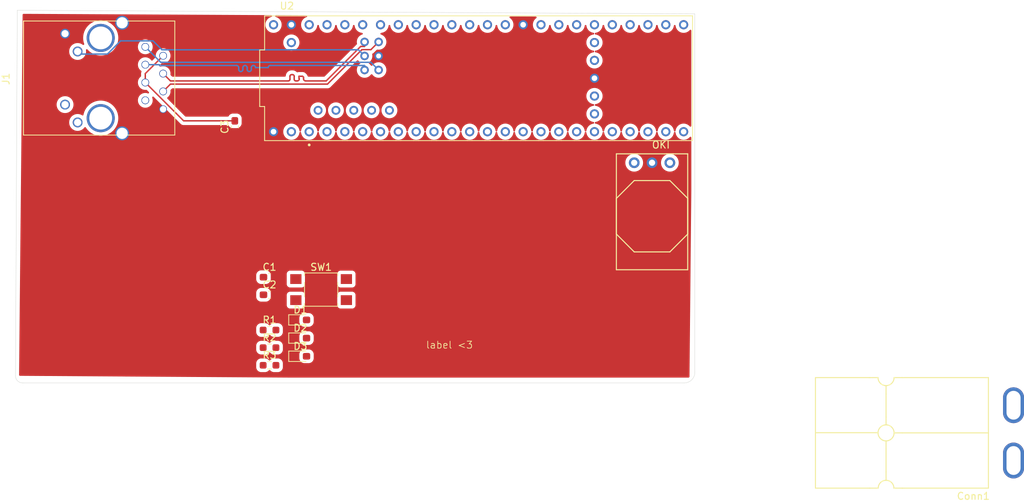
<source format=kicad_pcb>
(kicad_pcb (version 20221018) (generator pcbnew)
  (layers (0 "F.Cu" signal) (31 "B.Cu" signal) (34 "B.Paste" user) (35 "F.Paste" user) (36 "B.SilkS" user "B.Silkscreen") (37 "F.SilkS" user "F.Silkscreen") (38 "B.Mask" user) (39 "F.Mask" user) (44 "Edge.Cuts" user))
  (net 0 "")
  (net 1 "+3V3")
  (net 2 "GND")
  (net 3 "PV")
  (net 4 "Net-(C3-Pad2)")
  (net 5 "Net-(D1-A)")
  (net 6 "Net-(D2-A)")
  (net 7 "Net-(D3-A)")
  (net 9 "Net-(J1-Pad10)")
  (net 11 "/T+")
  (net 12 "/T-")
  (net 14 "/R+")
  (net 15 "/R-")
  (net 16 "Test_Button")
  (footprint "Diode_SMD:D_0603_1608Metric_Pad1.05x0.95mm_HandSolder" (layer "F.Cu") (at 123.895 113.195)
    (fp_text reference "D1" (at 0 -1.43) (layer "F.SilkS"))
    (fp_text value "Green")
    (fp_line (start -1.66 -0.735) (end -1.66 0.735) (stroke (width 0.12)) (layer "F.SilkS"))
    (fp_line (start -1.66 0.735) (end 0.8 0.735) (stroke (width 0.12)) (layer "F.SilkS"))
    (fp_line (start 0.8 -0.735) (end -1.66 -0.735) (stroke (width 0.12)) (layer "F.SilkS"))
    (pad "1" smd roundrect (at -0.875 0) (size 1.05 0.95) (layers "F.Cu" "F.Paste" "F.Mask") (net 2 "GND"))
    (pad "2" smd roundrect (at 0.875 0) (size 1.05 0.95) (layers "F.Cu" "F.Paste" "F.Mask") (net 5 "Net-(D1-A)"))
  )
  (footprint "MRDT_Connectors:Square_Anderson_2_H_Side_By_Side_PV" (layer "F.Cu") (at 225.6118 125.049)
    (fp_text reference "Conn1" (at -5.85 13.25) (layer "F.SilkS"))
    (fp_text value "AndersonPP")
    (fp_line (start -28.344 -3.637) (end -28.344 12.111) (stroke (width 0.15)) (layer "F.SilkS"))
    (fp_line (start -28.3186 -3.637) (end -20.5716 -3.637) (stroke (width 0.15)) (layer "F.SilkS"))
    (fp_line (start -28.3186 4.2116) (end -19.4286 4.2116) (stroke (width 0.15)) (layer "F.SilkS"))
    (fp_line (start -20.597 12.111) (end -19.4286 12.111) (stroke (width 0.15)) (layer "F.SilkS"))
    (fp_line (start -20.5716 12.111) (end -28.3186 12.111) (stroke (width 0.15)) (layer "F.SilkS"))
    (fp_line (start -19.4286 -3.637) (end -20.6478 -3.637) (stroke (width 0.15)) (layer "F.SilkS"))
    (fp_line (start -18.2856 -2.494) (end -18.2856 -1.3256) (stroke (width 0.15)) (layer "F.SilkS"))
    (fp_line (start -18.2856 1.951) (end -18.2856 -1.3256) (stroke (width 0.15)) (layer "F.SilkS"))
    (fp_line (start -18.2856 1.951) (end -18.2856 3.094) (stroke (width 0.15)) (layer "F.SilkS"))
    (fp_line (start -18.2856 6.523) (end -18.2856 5.38) (stroke (width 0.15)) (layer "F.SilkS"))
    (fp_line (start -18.2856 6.523) (end -18.2856 9.825) (stroke (width 0.15)) (layer "F.SilkS"))
    (fp_line (start -18.2856 9.7996) (end -18.2856 10.968) (stroke (width 0.15)) (layer "F.SilkS"))
    (fp_line (start -16.025 -3.637) (end -17.1172 -3.637) (stroke (width 0.15)) (layer "F.SilkS"))
    (fp_line (start -15.9996 -3.637) (end -3.706 -3.637) (stroke (width 0.15)) (layer "F.SilkS"))
    (fp_line (start -15.9996 4.237) (end -17.1426 4.237) (stroke (width 0.15)) (layer "F.SilkS"))
    (fp_line (start -15.9996 4.237) (end -3.706 4.237) (stroke (width 0.15)) (layer "F.SilkS"))
    (fp_line (start -15.9996 12.111) (end -3.706 12.111) (stroke (width 0.15)) (layer "F.SilkS"))
    (fp_line (start -15.9742 12.111) (end -17.168 12.111) (stroke (width 0.15)) (layer "F.SilkS"))
    (fp_line (start -3.706 -3.637) (end -3.706 12.111) (stroke (width 0.15)) (layer "F.SilkS"))
    (fp_arc (start -19.4032 12.111) (mid -19.075863 11.320737) (end -18.2856 10.9934) (stroke (width 0.15)) (layer "F.SilkS"))
    (fp_arc (start -18.2856 -2.494) (mid -19.093823 -2.828777) (end -19.4286 -3.637) (stroke (width 0.15)) (layer "F.SilkS"))
    (fp_arc (start -18.2856 10.9934) (mid -17.495337 11.320737) (end -17.168 12.111) (stroke (width 0.15)) (layer "F.SilkS"))
    (fp_arc (start -17.1426 -3.637) (mid -17.477377 -2.828777) (end -18.2856 -2.494) (stroke (width 0.15)) (layer "F.SilkS"))
    (fp_circle (center -18.2856 4.237) (end -18.2856 5.38) (stroke (width 0.15)) (fill none) (layer "F.SilkS"))
    (pad "1" thru_hole oval (at -0.1246 0.3) (size 3 5.1) (drill oval 2 4.1) (layers "*.Cu" "*.Mask") (net 2 "GND"))
    (pad "4" thru_hole oval (at -0.1246 8.174) (size 3 5.1) (drill oval 2 4.1) (layers "*.Cu" "*.Mask") (net 3 "PV"))
  )
  (footprint "Resistor_SMD:R_0603_1608Metric_Pad0.98x0.95mm_HandSolder" (layer "F.Cu") (at 119.5 117.145)
    (fp_text reference "R2" (at 0 -1.43) (layer "F.SilkS"))
    (fp_text value "120")
    (fp_line (start -0.254724 -0.5225) (end 0.254724 -0.5225) (stroke (width 0.12)) (layer "F.SilkS"))
    (fp_line (start -0.254724 0.5225) (end 0.254724 0.5225) (stroke (width 0.12)) (layer "F.SilkS"))
    (pad "1" smd roundrect (at -0.9125 0) (size 0.975 0.95) (layers "F.Cu" "F.Paste" "F.Mask") (net 1 "+3V3"))
    (pad "2" smd roundrect (at 0.9125 0) (size 0.975 0.95) (layers "F.Cu" "F.Paste" "F.Mask") (net 6 "Net-(D2-A)"))
  )
  (footprint "Resistor_SMD:R_0603_1608Metric_Pad0.98x0.95mm_HandSolder" (layer "F.Cu") (at 119.5 119.655)
    (fp_text reference "R3" (at 0 -1.43) (layer "F.SilkS"))
    (fp_text value "120")
    (fp_line (start -0.254724 -0.5225) (end 0.254724 -0.5225) (stroke (width 0.12)) (layer "F.SilkS"))
    (fp_line (start -0.254724 0.5225) (end 0.254724 0.5225) (stroke (width 0.12)) (layer "F.SilkS"))
    (pad "1" smd roundrect (at -0.9125 0) (size 0.975 0.95) (layers "F.Cu" "F.Paste" "F.Mask") (net 16 "Test_Button"))
    (pad "2" smd roundrect (at 0.9125 0) (size 0.975 0.95) (layers "F.Cu" "F.Paste" "F.Mask") (net 7 "Net-(D3-A)"))
  )
  (footprint "Capacitor_SMD:C_0603_1608Metric_Pad1.08x0.95mm_HandSolder" (layer "F.Cu") (at 114.554 85.6985 90)
    (fp_text reference "C3" (at 0 -1.43 90) (layer "F.SilkS"))
    (fp_text value "0.1uf")
    (fp_line (start -0.146267 -0.51) (end 0.146267 -0.51) (stroke (width 0.12)) (layer "F.SilkS"))
    (fp_line (start -0.146267 0.51) (end 0.146267 0.51) (stroke (width 0.12)) (layer "F.SilkS"))
    (pad "1" smd roundrect (at -0.8625 0 90) (size 1.075 0.95) (layers "F.Cu" "F.Paste" "F.Mask") (net 2 "GND"))
    (pad "2" smd roundrect (at 0.8625 0 90) (size 1.075 0.95) (layers "F.Cu" "F.Paste" "F.Mask") (net 4 "Net-(C3-Pad2)"))
  )
  (footprint "Capacitor_SMD:C_0603_1608Metric_Pad1.08x0.95mm_HandSolder" (layer "F.Cu") (at 119.5 107.105)
    (fp_text reference "C1" (at 0 -1.43) (layer "F.SilkS"))
    (fp_text value "10uf")
    (fp_line (start -0.146267 -0.51) (end 0.146267 -0.51) (stroke (width 0.12)) (layer "F.SilkS"))
    (fp_line (start -0.146267 0.51) (end 0.146267 0.51) (stroke (width 0.12)) (layer "F.SilkS"))
    (pad "1" smd roundrect (at -0.8625 0) (size 1.075 0.95) (layers "F.Cu" "F.Paste" "F.Mask") (net 1 "+3V3"))
    (pad "2" smd roundrect (at 0.8625 0) (size 1.075 0.95) (layers "F.Cu" "F.Paste" "F.Mask") (net 2 "GND"))
  )
  (footprint "Button_Switch_SMD:SW_SPST_TL3305A" (layer "F.Cu") (at 126.85 108.875)
    (fp_text reference "SW1" (at 0 -3.2) (layer "F.SilkS"))
    (fp_text value "SW_Push")
    (fp_line (start -2.37 -2.37) (end -2.37 -1.97) (stroke (width 0.12)) (layer "F.SilkS"))
    (fp_line (start -2.37 -2.37) (end 2.37 -2.37) (stroke (width 0.12)) (layer "F.SilkS"))
    (fp_line (start -2.37 1.03) (end -2.37 -1.03) (stroke (width 0.12)) (layer "F.SilkS"))
    (fp_line (start -2.37 2.37) (end -2.37 1.97) (stroke (width 0.12)) (layer "F.SilkS"))
    (fp_line (start -2.37 2.37) (end 2.37 2.37) (stroke (width 0.12)) (layer "F.SilkS"))
    (fp_line (start 2.37 -2.37) (end 2.37 -1.97) (stroke (width 0.12)) (layer "F.SilkS"))
    (fp_line (start 2.37 1.03) (end 2.37 -1.03) (stroke (width 0.12)) (layer "F.SilkS"))
    (fp_line (start 2.37 2.37) (end 2.37 1.97) (stroke (width 0.12)) (layer "F.SilkS"))
    (pad "1" smd rect (at -3.6 -1.5) (size 1.6 1.4) (layers "F.Cu" "F.Paste" "F.Mask") (net 1 "+3V3"))
    (pad "1" smd rect (at 3.6 -1.5) (size 1.6 1.4) (layers "F.Cu" "F.Paste" "F.Mask") (net 1 "+3V3"))
    (pad "2" smd rect (at -3.6 1.5) (size 1.6 1.4) (layers "F.Cu" "F.Paste" "F.Mask") (net 16 "Test_Button"))
    (pad "2" smd rect (at 3.6 1.5) (size 1.6 1.4) (layers "F.Cu" "F.Paste" "F.Mask") (net 16 "Test_Button"))
  )
  (footprint "MRDT_Shields:Teensy_4_1" (layer "F.Cu") (at 149.28 78.765)
    (fp_text reference "U2" (at -27.305 -10.295) (layer "F.SilkS"))
    (fp_text value "Teensy4.1_DEV-16771")
    (fp_line (start -31.18 4.03) (end -31.18 -4.03) (stroke (width 0.127)) (layer "F.SilkS"))
    (fp_line (start -30.48 -8.89) (end -30.48 -4.03) (stroke (width 0.127)) (layer "F.SilkS"))
    (fp_line (start -30.48 -8.89) (end 30.48 -8.89) (stroke (width 0.127)) (layer "F.SilkS"))
    (fp_line (start -30.48 -4.03) (end -31.18 -4.03) (stroke (width 0.127)) (layer "F.SilkS"))
    (fp_line (start -30.48 4.03) (end -31.18 4.03) (stroke (width 0.127)) (layer "F.SilkS"))
    (fp_line (start -30.48 8.89) (end -30.48 4.03) (stroke (width 0.127)) (layer "F.SilkS"))
    (fp_line (start 30.48 -8.89) (end 30.48 8.89) (stroke (width 0.127)) (layer "F.SilkS"))
    (fp_line (start 30.48 8.89) (end -30.48 8.89) (stroke (width 0.127)) (layer "F.SilkS"))
    (fp_circle (center -24.13 9.5) (end -24.03 9.5) (stroke (width 0.2)) (fill none) (layer "F.SilkS"))
    (pad "0" thru_hole circle (at -26.67 7.62) (size 1.308 1.308) (drill 0.8) (layers "*.Cu" "*.Mask"))
    (pad "1" thru_hole circle (at -24.13 7.62) (size 1.308 1.308) (drill 0.8) (layers "*.Cu" "*.Mask"))
    (pad "2" thru_hole circle (at -21.59 7.62) (size 1.308 1.308) (drill 0.8) (layers "*.Cu" "*.Mask"))
    (pad "3" thru_hole circle (at -19.05 7.62) (size 1.308 1.308) (drill 0.8) (layers "*.Cu" "*.Mask"))
    (pad "3.3V_1" thru_hole circle (at 6.35 7.62) (size 1.308 1.308) (drill 0.8) (layers "*.Cu" "*.Mask") (net 1 "+3V3"))
    (pad "3.3V_2" thru_hole circle (at -24.13 -7.62) (size 1.308 1.308) (drill 0.8) (layers "*.Cu" "*.Mask") (net 1 "+3V3"))
    (pad "3.3V_3" thru_hole circle (at 16.51 2.54) (size 1.308 1.308) (drill 0.8) (layers "*.Cu" "*.Mask") (net 1 "+3V3"))
    (pad "4" thru_hole circle (at -16.51 7.62) (size 1.308 1.308) (drill 0.8) (layers "*.Cu" "*.Mask"))
    (pad "5" thru_hole circle (at -13.97 7.62) (size 1.308 1.308) (drill 0.8) (layers "*.Cu" "*.Mask"))
    (pad "5V" thru_hole circle (at -22.86 4.57) (size 1.258 1.258) (drill 0.75) (layers "*.Cu" "*.Mask"))
    (pad "6" thru_hole circle (at -11.43 7.62) (size 1.308 1.308) (drill 0.8) (layers "*.Cu" "*.Mask"))
    (pad "7" thru_hole circle (at -8.89 7.62) (size 1.308 1.308) (drill 0.8) (layers "*.Cu" "*.Mask"))
    (pad "8" thru_hole circle (at -6.35 7.62) (size 1.308 1.308) (drill 0.8) (layers "*.Cu" "*.Mask"))
    (pad "9" thru_hole circle (at -3.81 7.62) (size 1.308 1.308) (drill 0.8) (layers "*.Cu" "*.Mask"))
    (pad "10" thru_hole circle (at -1.27 7.62) (size 1.308 1.308) (drill 0.8) (layers "*.Cu" "*.Mask"))
    (pad "11" thru_hole circle (at 1.27 7.62) (size 1.308 1.308) (drill 0.8) (layers "*.Cu" "*.Mask"))
    (pad "12" thru_hole circle (at 3.81 7.62) (size 1.308 1.308) (drill 0.8) (layers "*.Cu" "*.Mask"))
    (pad "13" thru_hole circle (at 3.81 -7.62) (size 1.308 1.308) (drill 0.8) (layers "*.Cu" "*.Mask"))
    (pad "14" thru_hole circle (at 1.27 -7.62) (size 1.308 1.308) (drill 0.8) (layers "*.Cu" "*.Mask"))
    (pad "15" thru_hole circle (at -1.27 -7.62) (size 1.308 1.308) (drill 0.8) (layers "*.Cu" "*.Mask"))
    (pad "16" thru_hole circle (at -3.81 -7.62) (size 1.308 1.308) (drill 0.8) (layers "*.Cu" "*.Mask"))
    (pad "17" thru_hole circle (at -6.35 -7.62) (size 1.308 1.308) (drill 0.8) (layers "*.Cu" "*.Mask"))
    (pad "18" thru_hole circle (at -8.89 -7.62) (size 1.308 1.308) (drill 0.8) (layers "*.Cu" "*.Mask"))
    (pad "19" thru_hole circle (at -11.43 -7.62) (size 1.308 1.308) (drill 0.8) (layers "*.Cu" "*.Mask"))
    (pad "20" thru_hole circle (at -13.97 -7.62) (size 1.308 1.308) (drill 0.8) (layers "*.Cu" "*.Mask"))
    (pad "21" thru_hole circle (at -16.51 -7.62) (size 1.308 1.308) (drill 0.8) (layers "*.Cu" "*.Mask"))
    (pad "22" thru_hole circle (at -19.05 -7.62) (size 1.308 1.308) (drill 0.8) (layers "*.Cu" "*.Mask"))
    (pad "23" thru_hole circle (at -21.59 -7.62) (size 1.308 1.308) (drill 0.8) (layers "*.Cu" "*.Mask"))
    (pad "24" thru_hole circle (at 8.89 7.62) (size 1.308 1.308) (drill 0.8) (layers "*.Cu" "*.Mask"))
    (pad "25" thru_hole circle (at 11.43 7.62) (size 1.308 1.308) (drill 0.8) (layers "*.Cu" "*.Mask"))
    (pad "26" thru_hole circle (at 13.97 7.62) (size 1.308 1.308) (drill 0.8) (layers "*.Cu" "*.Mask"))
    (pad "27" thru_hole circle (at 16.51 7.62) (size 1.308 1.308) (drill 0.8) (layers "*.Cu" "*.Mask"))
    (pad "28" thru_hole circle (at 19.05 7.62) (size 1.308 1.308) (drill 0.8) (layers "*.Cu" "*.Mask"))
    (pad "29" thru_hole circle (at 21.59 7.62) (size 1.308 1.308) (drill 0.8) (layers "*.Cu" "*.Mask") (net 16 "Test_Button"))
    (pad "30" thru_hole circle (at 24.13 7.62) (size 1.308 1.308) (drill 0.8) (layers "*.Cu" "*.Mask"))
    (pad "31" thru_hole circle (at 26.67 7.62) (size 1.308 1.308) (drill 0.8) (layers "*.Cu" "*.Mask"))
    (pad "32" thru_hole circle (at 29.21 7.62) (size 1.308 1.308) (drill 0.8) (layers "*.Cu" "*.Mask"))
    (pad "33" thru_hole circle (at 29.21 -7.62) (size 1.308 1.308) (drill 0.8) (layers "*.Cu" "*.Mask"))
    (pad "34" thru_hole circle (at 26.67 -7.62) (size 1.308 1.308) (drill 0.8) (layers "*.Cu" "*.Mask"))
    (pad "35" thru_hole circle (at 24.13 -7.62) (size 1.308 1.308) (drill 0.8) (layers "*.Cu" "*.Mask"))
    (pad "36" thru_hole circle (at 21.59 -7.62) (size 1.308 1.308) (drill 0.8) (layers "*.Cu" "*.Mask"))
    (pad "37" thru_hole circle (at 19.05 -7.62) (size 1.308 1.308) (drill 0.8) (layers "*.Cu" "*.Mask"))
    (pad "38" thru_hole circle (at 16.51 -7.62) (size 1.308 1.308) (drill 0.8) (layers "*.Cu" "*.Mask"))
    (pad "39" thru_hole circle (at 13.97 -7.62) (size 1.308 1.308) (drill 0.8) (layers "*.Cu" "*.Mask"))
    (pad "40" thru_hole circle (at 11.43 -7.62) (size 1.308 1.308) (drill 0.8) (layers "*.Cu" "*.Mask"))
    (pad "41" thru_hole circle (at 8.89 -7.62) (size 1.308 1.308) (drill 0.8) (layers "*.Cu" "*.Mask"))
    (pad "D+" thru_hole circle (at -17.78 4.57) (size 1.258 1.258) (drill 0.75) (layers "*.Cu" "*.Mask"))
    (pad "D-" thru_hole circle (at -20.32 4.57) (size 1.258 1.258) (drill 0.75) (layers "*.Cu" "*.Mask"))
    (pad "GND1" thru_hole circle (at -29.21 7.62) (size 1.308 1.308) (drill 0.8) (layers "*.Cu" "*.Mask") (net 2 "GND"))
    (pad "GND2" thru_hole circle (at 6.35 -7.62) (size 1.308 1.308) (drill 0.8) (layers "*.Cu" "*.Mask") (net 2 "GND"))
    (pad "GND3" thru_hole circle (at -26.67 -7.62) (size 1.308 1.308) (drill 0.8) (layers "*.Cu" "*.Mask") (net 2 "GND"))
    (pad "GND4" thru_hole circle (at 16.51 0) (size 1.308 1.308) (drill 0.8) (layers "*.Cu" "*.Mask") (net 2 "GND"))
    (pad "GND5" thru_hole circle (at -14.24 -3.17) (size 1.208 1.208) (drill 0.7) (layers "*.Cu" "*.Mask") (net 2 "GND"))
    (pad "LED" thru_hole circle (at -16.24 -3.17) (size 1.208 1.208) (drill 0.7) (layers "*.Cu" "*.Mask") (net 9 "Net-(J1-Pad10)"))
    (pad "ON/OFF" thru_hole circle (at 16.51 -5.08) (size 1.308 1.308) (drill 0.8) (layers "*.Cu" "*.Mask"))
    (pad "PROGRAM" thru_hole circle (at 16.51 -2.54) (size 1.308 1.308) (drill 0.8) (layers "*.Cu" "*.Mask"))
    (pad "R+" thru_hole circle (at -16.24 -5.17) (size 1.208 1.208) (drill 0.7) (layers "*.Cu" "*.Mask") (net 14 "/R+"))
    (pad "R-" thru_hole circle (at -14.24 -5.17) (size 1.208 1.208) (drill 0.7) (layers "*.Cu" "*.Mask") (net 15 "/R-"))
    (pad "T+" thru_hole circle (at -14.24 -1.17) (size 1.208 1.208) (drill 0.7) (layers "*.Cu" "*.Mask") (net 11 "/T+"))
    (pad "T-" thru_hole circle (at -16.24 -1.17) (size 1.208 1.208) (drill 0.7) (layers "*.Cu" "*.Mask") (net 12 "/T-"))
    (pad "USB_GND1" thru_hole circle (at -15.24 4.57) (size 1.258 1.258) (drill 0.75) (layers "*.Cu" "*.Mask"))
    (pad "USB_GND2" thru_hole circle (at -12.7 4.57) (size 1.258 1.258) (drill 0.75) (layers "*.Cu" "*.Mask"))
    (pad "VBAT" thru_hole circle (at 16.51 5.08) (size 1.308 1.308) (drill 0.8) (layers "*.Cu" "*.Mask"))
    (pad "VIN" thru_hole circle (at -29.21 -7.62) (size 1.308 1.308) (drill 0.8) (layers "*.Cu" "*.Mask"))
    (pad "VUSB" thru_hole circle (at -26.67 -5.08) (size 1.308 1.308) (drill 0.8) (layers "*.Cu" "*.Mask"))
  )
  (footprint "Resistor_SMD:R_0603_1608Metric_Pad0.98x0.95mm_HandSolder" (layer "F.Cu") (at 119.5 114.635)
    (fp_text reference "R1" (at 0 -1.43) (layer "F.SilkS"))
    (fp_text value "3k")
    (fp_line (start -0.254724 -0.5225) (end 0.254724 -0.5225) (stroke (width 0.12)) (layer "F.SilkS"))
    (fp_line (start -0.254724 0.5225) (end 0.254724 0.5225) (stroke (width 0.12)) (layer "F.SilkS"))
    (pad "1" smd roundrect (at -0.9125 0) (size 0.975 0.95) (layers "F.Cu" "F.Paste" "F.Mask") (net 3 "PV"))
    (pad "2" smd roundrect (at 0.9125 0) (size 0.975 0.95) (layers "F.Cu" "F.Paste" "F.Mask") (net 5 "Net-(D1-A)"))
  )
  (footprint "Diode_SMD:D_0603_1608Metric_Pad1.05x0.95mm_HandSolder" (layer "F.Cu") (at 123.895 115.785)
    (fp_text reference "D2" (at 0 -1.43) (layer "F.SilkS"))
    (fp_text value "Green")
    (fp_line (start -1.66 -0.735) (end -1.66 0.735) (stroke (width 0.12)) (layer "F.SilkS"))
    (fp_line (start -1.66 0.735) (end 0.8 0.735) (stroke (width 0.12)) (layer "F.SilkS"))
    (fp_line (start 0.8 -0.735) (end -1.66 -0.735) (stroke (width 0.12)) (layer "F.SilkS"))
    (pad "1" smd roundrect (at -0.875 0) (size 1.05 0.95) (layers "F.Cu" "F.Paste" "F.Mask") (net 2 "GND"))
    (pad "2" smd roundrect (at 0.875 0) (size 1.05 0.95) (layers "F.Cu" "F.Paste" "F.Mask") (net 6 "Net-(D2-A)"))
  )
  (footprint "Capacitor_SMD:C_0603_1608Metric_Pad1.08x0.95mm_HandSolder" (layer "F.Cu") (at 119.5 109.615)
    (fp_text reference "C2" (at 0 -1.43) (layer "F.SilkS"))
    (fp_text value "10uf")
    (fp_line (start -0.146267 -0.51) (end 0.146267 -0.51) (stroke (width 0.12)) (layer "F.SilkS"))
    (fp_line (start -0.146267 0.51) (end 0.146267 0.51) (stroke (width 0.12)) (layer "F.SilkS"))
    (pad "1" smd roundrect (at -0.8625 0) (size 1.075 0.95) (layers "F.Cu" "F.Paste" "F.Mask") (net 3 "PV"))
    (pad "2" smd roundrect (at 0.8625 0) (size 1.075 0.95) (layers "F.Cu" "F.Paste" "F.Mask") (net 2 "GND"))
  )
  (footprint "Diode_SMD:D_0603_1608Metric_Pad1.05x0.95mm_HandSolder" (layer "F.Cu") (at 123.895 118.375)
    (fp_text reference "D3" (at 0 -1.43) (layer "F.SilkS"))
    (fp_text value "Green")
    (fp_line (start -1.66 -0.735) (end -1.66 0.735) (stroke (width 0.12)) (layer "F.SilkS"))
    (fp_line (start -1.66 0.735) (end 0.8 0.735) (stroke (width 0.12)) (layer "F.SilkS"))
    (fp_line (start 0.8 -0.735) (end -1.66 -0.735) (stroke (width 0.12)) (layer "F.SilkS"))
    (pad "1" smd roundrect (at -0.875 0) (size 1.05 0.95) (layers "F.Cu" "F.Paste" "F.Mask") (net 2 "GND"))
    (pad "2" smd roundrect (at 0.875 0) (size 1.05 0.95) (layers "F.Cu" "F.Paste" "F.Mask") (net 7 "Net-(D3-A)"))
  )
  (footprint "MRDT_Devices:OKI_Horizontal" (layer "F.Cu") (at 171.45 90.805)
    (fp_text reference "U1" hide)
    (fp_text value "OKI" (at 3.81 -2.54) (layer "F.SilkS"))
    (fp_line (start -2.54 -1.27) (end 7.62 -1.27) (stroke (width 0.15)) (layer "F.SilkS"))
    (fp_line (start -2.54 5.08) (end 0 2.54) (stroke (width 0.15)) (layer "F.SilkS"))
    (fp_line (start -2.54 10.16) (end -2.54 5.08) (stroke (width 0.15)) (layer "F.SilkS"))
    (fp_line (start -2.54 15.24) (end -2.54 -1.27) (stroke (width 0.15)) (layer "F.SilkS"))
    (fp_line (start -2.54 15.24) (end 7.62 15.24) (stroke (width 0.15)) (layer "F.SilkS"))
    (fp_line (start 0 2.54) (end 5.08 2.54) (stroke (width 0.15)) (layer "F.SilkS"))
    (fp_line (start 0 12.7) (end -2.54 10.16) (stroke (width 0.15)) (layer "F.SilkS"))
    (fp_line (start 5.08 2.54) (end 7.62 5.08) (stroke (width 0.15)) (layer "F.SilkS"))
    (fp_line (start 5.08 12.7) (end 0 12.7) (stroke (width 0.15)) (layer "F.SilkS"))
    (fp_line (start 7.62 -1.27) (end 7.62 15.24) (stroke (width 0.15)) (layer "F.SilkS"))
    (fp_line (start 7.62 5.08) (end 7.62 10.16) (stroke (width 0.15)) (layer "F.SilkS"))
    (fp_line (start 7.62 10.16) (end 5.08 12.7) (stroke (width 0.15)) (layer "F.SilkS"))
    (pad "1" thru_hole circle (at 0 0) (size 1.524 1.524) (drill 0.889) (layers "*.Cu" "*.Mask") (net 3 "PV"))
    (pad "2" thru_hole circle (at 2.54 0) (size 1.524 1.524) (drill 0.889) (layers "*.Cu" "*.Mask") (net 2 "GND"))
    (pad "3" thru_hole circle (at 5.08 0) (size 1.524 1.524) (drill 0.889) (layers "*.Cu" "*.Mask") (net 1 "+3V3"))
  )
  (footprint "MRDT_Connectors:RJ45_Teensy" (layer "F.Cu") (at 82.4525 78.865 -90)
    (fp_text reference "J1" (at 0 0.5 90) (layer "F.SilkS"))
    (fp_text value "RJ45_LED_Shielded")
    (fp_line (start -8.25 -23.55) (end 8 -23.55) (stroke (width 0.12)) (layer "F.SilkS"))
    (fp_line (start -8.25 -2) (end -8.25 -23.55) (stroke (width 0.12)) (layer "F.SilkS"))
    (fp_line (start -8.25 -2) (end 8 -2) (stroke (width 0.12)) (layer "F.SilkS"))
    (fp_line (start 8 -2) (end 8 -23.55) (stroke (width 0.12)) (layer "F.SilkS"))
    (pad "1" thru_hole circle (at -4.57 -19.35 270) (size 1.1 1.1) (drill 0.9) (layers "*.Cu" "*.Mask") (net 11 "/T+"))
    (pad "2" thru_hole circle (at -3.3 -21.89 270) (size 1.1 1.1) (drill 0.9) (layers "*.Cu" "*.Mask") (net 4 "Net-(C3-Pad2)"))
    (pad "3" thru_hole circle (at -2.03 -19.35 270) (size 1.1 1.1) (drill 0.9) (layers "*.Cu" "*.Mask") (net 12 "/T-"))
    (pad "4" thru_hole circle (at -0.76 -21.89 270) (size 1.1 1.1) (drill 0.9) (layers "*.Cu" "*.Mask") (net 14 "/R+"))
    (pad "5" thru_hole circle (at 0.51 -19.35 270) (size 1.1 1.1) (drill 0.9) (layers "*.Cu" "*.Mask") (net 4 "Net-(C3-Pad2)"))
    (pad "6" thru_hole circle (at 1.78 -21.89 270) (size 1.1 1.1) (drill 0.9) (layers "*.Cu" "*.Mask") (net 15 "/R-"))
    (pad "7" thru_hole circle (at 3.05 -19.35 270) (size 1.1 1.1) (drill 0.9) (layers "*.Cu" "*.Mask"))
    (pad "8" thru_hole circle (at 4.32 -21.89 270) (size 1.1 1.1) (drill 0.9) (layers "*.Cu" "*.Mask") (net 2 "GND"))
    (pad "9" thru_hole circle (at -6.45 -7.92 270) (size 1.4 1.4) (drill 1.02) (layers "*.Cu" "*.Mask") (net 2 "GND"))
    (pad "10" thru_hole circle (at -3.91 -9.71 270) (size 1.4 1.4) (drill 1.02) (layers "*.Cu" "*.Mask") (net 9 "Net-(J1-Pad10)"))
    (pad "11" thru_hole circle (at 3.66 -7.92 270) (size 1.4 1.4) (drill 1.02) (layers "*.Cu" "*.Mask"))
    (pad "12" thru_hole circle (at 6.2 -9.71 270) (size 1.4 1.4) (drill 1.02) (layers "*.Cu" "*.Mask"))
    (pad "13" thru_hole circle (at -5.84 -13 270) (size 4 4) (drill 3.25) (layers "*.Cu" "*.Mask"))
    (pad "14" thru_hole circle (at 5.59 -13 270) (size 4 4) (drill 3.25) (layers "*.Cu" "*.Mask"))
    (pad "SH" thru_hole circle (at -8 -16.05 270) (size 2 2) (drill 1.6) (layers "*.Cu" "*.Mask") (net 2 "GND"))
    (pad "SH" thru_hole circle (at 7.75 -16.05 270) (size 2 2) (drill 1.6) (layers "*.Cu" "*.Mask") (net 2 "GND"))
  )
  (gr_line (start 83.566 69.088) (end 83.312 121.158) (stroke (width 0.05)) (layer "Edge.Cuts"))
  (gr_line (start 180.086 120.65) (end 180.086 69.596) (stroke (width 0.05)) (layer "Edge.Cuts"))
  (gr_line (start 180.086 69.596) (end 83.566 69.088) (stroke (width 0.05)) (layer "Edge.Cuts"))
  (gr_arc (start 180.086 120.65) (mid 179.639631 121.727631) (end 178.562 122.174) (stroke (width 0.05)) (layer "Edge.Cuts"))
  (gr_arc (start 84.328 122.174) (mid 83.60958 121.87642) (end 83.312 121.158) (stroke (width 0.05)) (layer "Edge.Cuts"))
  (gr_line (start 84.328 122.174) (end 178.562 122.174) (stroke (width 0.05)) (layer "Edge.Cuts"))
  (gr_text "label <3" (at 141.732 117.348) (layer "F.SilkS") (effects (font (size 1 1) (thickness 0.1)) (justify left bottom)))
  (segment (start 101.8025 78.105) (end 104.3425 75.565) (width 0.2) (layer "F.Cu") (net 4))
  (segment (start 107.2635 84.836) (end 101.8025 79.375) (width 0.2) (layer "F.Cu") (net 4))
  (segment (start 114.554 84.836) (end 107.2635 84.836) (width 0.2) (layer "F.Cu") (net 4))
  (segment (start 101.8025 79.375) (end 101.8025 78.105) (width 0.2) (layer "F.Cu") (net 4))
  (segment (start 104.179 74.715) (end 102.909 73.445) (width 0.2) (layer "B.Cu") (net 9))
  (segment (start 102.909 73.445) (end 98.285192 73.445) (width 0.2) (layer "B.Cu") (net 9))
  (segment (start 92.5325 75.325) (end 92.1625 74.955) (width 0.2) (layer "B.Cu") (net 9))
  (segment (start 96.405192 75.325) (end 92.5325 75.325) (width 0.2) (layer "B.Cu") (net 9))
  (segment (start 98.285192 73.445) (end 96.405192 75.325) (width 0.2) (layer "B.Cu") (net 9))
  (segment (start 132.16 74.715) (end 104.179 74.715) (width 0.2) (layer "B.Cu") (net 9))
  (segment (start 133.04 75.595) (end 132.16 74.715) (width 0.2) (layer "B.Cu") (net 9))
  (segment (start 104.0065 76.499) (end 101.8025 74.295) (width 0.2) (layer "B.Cu") (net 11))
  (segment (start 133.944 76.499) (end 104.0065 76.499) (width 0.2) (layer "B.Cu") (net 11))
  (segment (start 135.04 77.595) (end 133.944 76.499) (width 0.2) (layer "B.Cu") (net 11))
  (segment (start 115.108 77.508671) (end 115.108 77.24898) (width 0.2) (layer "B.Cu") (net 12))
  (segment (start 116.908 77.24898) (end 116.908 77.508671) (width 0.2) (layer "B.Cu") (net 12))
  (segment (start 133.04 76.94898) (end 119.608 76.94898) (width 0.2) (layer "B.Cu") (net 12))
  (segment (start 133.04 77.595) (end 133.04 76.94898) (width 0.2) (layer "B.Cu") (net 12))
  (segment (start 114.808 76.94898) (end 103.89902 76.94898) (width 0.2) (layer "B.Cu") (net 12))
  (segment (start 119.308 77.24898) (end 117.508 77.24898) (width 0.2) (layer "B.Cu") (net 12))
  (segment (start 103.78504 76.835) (end 101.8025 76.835) (width 0.2) (layer "B.Cu") (net 12))
  (segment (start 103.89902 76.94898) (end 103.88803 76.94898) (width 0.2) (layer "B.Cu") (net 12))
  (segment (start 103.89902 76.94898) (end 103.78504 76.835) (width 0.2) (layer "B.Cu") (net 12))
  (segment (start 116.308 77.508671) (end 116.308 77.24898) (width 0.2) (layer "B.Cu") (net 12))
  (segment (start 115.708 77.24898) (end 115.708 77.508671) (width 0.2) (layer "B.Cu") (net 12))
  (arc (start 116.608 77.808671) (mid 116.395868 77.720803) (end 116.308 77.508671) (width 0.2) (layer "B.Cu") (net 12))
  (arc (start 119.608 76.94898) (mid 119.395868 77.036848) (end 119.308 77.24898) (width 0.2) (layer "B.Cu") (net 12))
  (arc (start 116.008 76.94898) (mid 115.795868 77.036848) (end 115.708 77.24898) (width 0.2) (layer "B.Cu") (net 12))
  (arc (start 115.108 77.24898) (mid 115.020132 77.036848) (end 114.808 76.94898) (width 0.2) (layer "B.Cu") (net 12))
  (arc (start 116.908 77.508671) (mid 116.820132 77.720803) (end 116.608 77.808671) (width 0.2) (layer "B.Cu") (net 12))
  (arc (start 117.208 76.94898) (mid 116.995868 77.036848) (end 116.908 77.24898) (width 0.2) (layer "B.Cu") (net 12))
  (arc (start 116.308 77.24898) (mid 116.220132 77.036848) (end 116.008 76.94898) (width 0.2) (layer "B.Cu") (net 12))
  (arc (start 115.408 77.808671) (mid 115.195868 77.720803) (end 115.108 77.508671) (width 0.2) (layer "B.Cu") (net 12))
  (arc (start 117.508 77.24898) (mid 117.420132 77.036848) (end 117.208 76.94898) (width 0.2) (layer "B.Cu") (net 12))
  (arc (start 115.708 77.508671) (mid 115.620132 77.720803) (end 115.408 77.808671) (width 0.2) (layer "B.Cu") (net 12))
  (segment (start 122.649072 78.2485) (end 122.774 78.2485) (width 0.2) (layer "F.Cu") (net 14))
  (segment (start 124.206 78.486) (end 123.698 78.486) (width 0.2) (layer "F.Cu") (net 14))
  (segment (start 124.344 78.849999) (end 124.344 78.624) (width 0.2) (layer "F.Cu") (net 14))
  (segment (start 124.344 78.624) (end 124.206 78.486) (width 0.2) (layer "F.Cu") (net 14))
  (segment (start 133.04 74.24102) (end 133.04 73.595) (width 0.2) (layer "F.Cu") (net 14))
  (segment (start 123.698 78.803999) (end 123.744 78.849999) (width 0.2) (layer "F.Cu") (net 14))
  (segment (start 105.387499 79.149999) (end 122.174 79.149999) (width 0.2) (layer "F.Cu") (net 14))
  (segment (start 123.249072 79.149999) (end 123.444 79.149999) (width 0.2) (layer "F.Cu") (net 14))
  (segment (start 123.698 78.486) (end 123.698 78.803999) (width 0.2) (layer "F.Cu") (net 14))
  (segment (start 132.479162 74.24102) (end 133.04 74.24102) (width 0.2) (layer "F.Cu") (net 14))
  (segment (start 127.570183 79.149999) (end 132.479162 74.24102) (width 0.2) (layer "F.Cu") (net 14))
  (segment (start 104.3425 78.105) (end 105.387499 79.149999) (width 0.2) (layer "F.Cu") (net 14))
  (segment (start 123.011536 78.486036) (end 123.011536 78.912463) (width 0.2) (layer "F.Cu") (net 14))
  (segment (start 124.644 79.149999) (end 127.570183 79.149999) (width 0.2) (layer "F.Cu") (net 14))
  (segment (start 122.411536 78.912463) (end 122.411536 78.486036) (width 0.2) (layer "F.Cu") (net 14))
  (arc (start 123.011536 78.912463) (mid 123.081109 79.080426) (end 123.249072 79.149999) (width 0.2) (layer "F.Cu") (net 14))
  (arc (start 122.174 79.149999) (mid 122.341963 79.080426) (end 122.411536 78.912463) (width 0.2) (layer "F.Cu") (net 14))
  (arc (start 123.444 79.149999) (mid 123.656132 79.062131) (end 123.744 78.849999) (width 0.2) (layer "F.Cu") (net 14))
  (arc (start 122.774 78.2485) (mid 122.941963 78.318073) (end 123.011536 78.486036) (width 0.2) (layer "F.Cu") (net 14))
  (arc (start 124.344 78.849999) (mid 124.431868 79.062131) (end 124.644 79.149999) (width 0.2) (layer "F.Cu") (net 14))
  (arc (start 122.411536 78.486036) (mid 122.481109 78.318073) (end 122.649072 78.2485) (width 0.2) (layer "F.Cu") (net 14))
  (segment (start 127.756549 79.600001) (end 132.66555 74.691) (width 0.2) (layer "F.Cu") (net 15))
  (segment (start 105.387499 79.600001) (end 127.756549 79.600001) (width 0.2) (layer "F.Cu") (net 15))
  (segment (start 104.3425 80.645) (end 105.387499 79.600001) (width 0.2) (layer "F.Cu") (net 15))
  (segment (start 132.66555 74.691) (end 133.944 74.691) (width 0.2) (layer "F.Cu") (net 15))
  (segment (start 133.944 74.691) (end 135.04 73.595) (width 0.2) (layer "F.Cu") (net 15))
  (zone (net 2) (net_name "GND") (layer "F.Cu") (connect_pads yes (clearance 0.5)) (min_thickness 0.25) (fill yes (thermal_gap 0.5) (thermal_bridge_width 0.5))
    (polygon (pts (xy 179.832 69.596) (xy 179.324 121.412) (xy 122.428 121.412) (xy 83.82 121.158) (xy 84.328 69.596) (xy 84.836 69.596) (xy 85.09 69.596)))
  )
)
</source>
